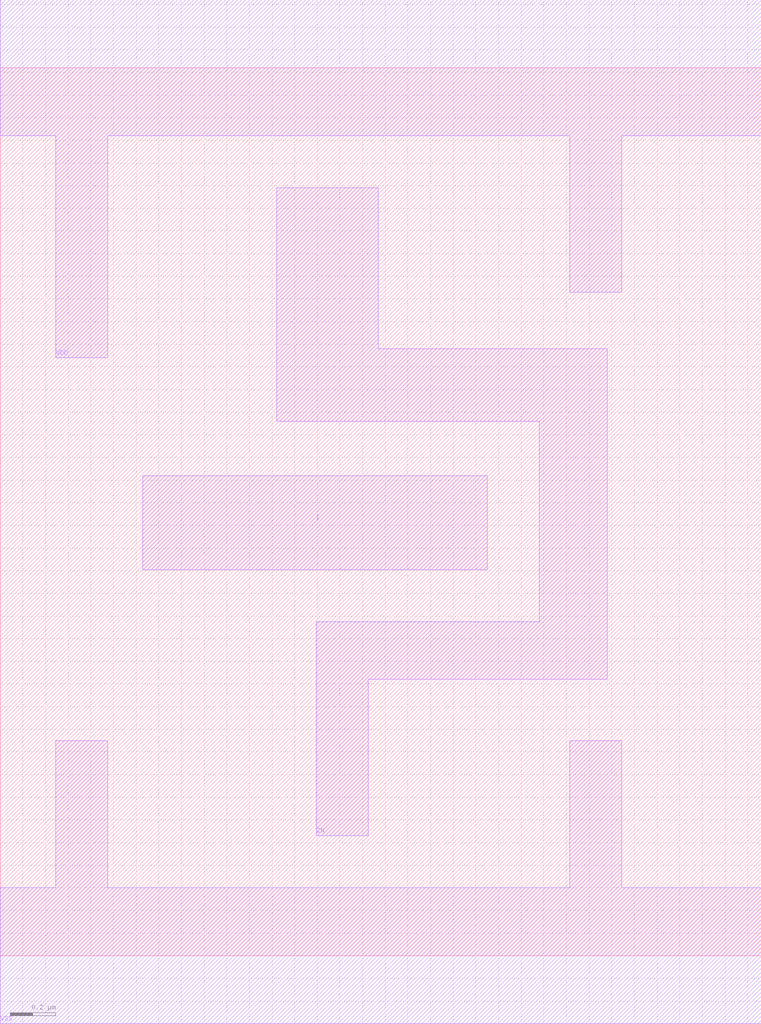
<source format=lef>
# Copyright 2022 GlobalFoundries PDK Authors
#
# Licensed under the Apache License, Version 2.0 (the "License");
# you may not use this file except in compliance with the License.
# You may obtain a copy of the License at
#
#      http://www.apache.org/licenses/LICENSE-2.0
#
# Unless required by applicable law or agreed to in writing, software
# distributed under the License is distributed on an "AS IS" BASIS,
# WITHOUT WARRANTIES OR CONDITIONS OF ANY KIND, either express or implied.
# See the License for the specific language governing permissions and
# limitations under the License.

MACRO gf180mcu_fd_sc_mcu7t5v0__inv_2
  CLASS core ;
  FOREIGN gf180mcu_fd_sc_mcu7t5v0__inv_2 0.0 0.0 ;
  ORIGIN 0 0 ;
  SYMMETRY X Y ;
  SITE GF018hv5v_mcu_sc7 ;
  SIZE 3.36 BY 3.92 ;
  PIN I
    DIRECTION INPUT ;
    ANTENNAGATEAREA 2.204 ;
    PORT
      LAYER Metal1 ;
        POLYGON 0.63 1.705 2.15 1.705 2.15 2.12 0.63 2.12  ;
    END
  END I
  PIN ZN
    DIRECTION OUTPUT ;
    ANTENNADIFFAREA 1.366 ;
    PORT
      LAYER Metal1 ;
        POLYGON 1.22 2.36 2.38 2.36 2.38 1.475 1.395 1.475 1.395 0.53 1.625 0.53 1.625 1.22 2.68 1.22 2.68 2.68 1.67 2.68 1.67 3.39 1.22 3.39  ;
    END
  END ZN
  PIN VDD
    DIRECTION INOUT ;
    USE power ;
    SHAPE ABUTMENT ;
    PORT
      LAYER Metal1 ;
        POLYGON 0 3.62 0.245 3.62 0.245 2.64 0.475 2.64 0.475 3.62 2.515 3.62 2.515 2.93 2.745 2.93 2.745 3.62 3.36 3.62 3.36 4.22 0 4.22  ;
    END
  END VDD
  PIN VSS
    DIRECTION INOUT ;
    USE ground ;
    SHAPE ABUTMENT ;
    PORT
      LAYER Metal1 ;
        POLYGON 0 -0.3 3.36 -0.3 3.36 0.3 2.745 0.3 2.745 0.95 2.515 0.95 2.515 0.3 0.475 0.3 0.475 0.95 0.245 0.95 0.245 0.3 0 0.3  ;
    END
  END VSS
END gf180mcu_fd_sc_mcu7t5v0__inv_2

</source>
